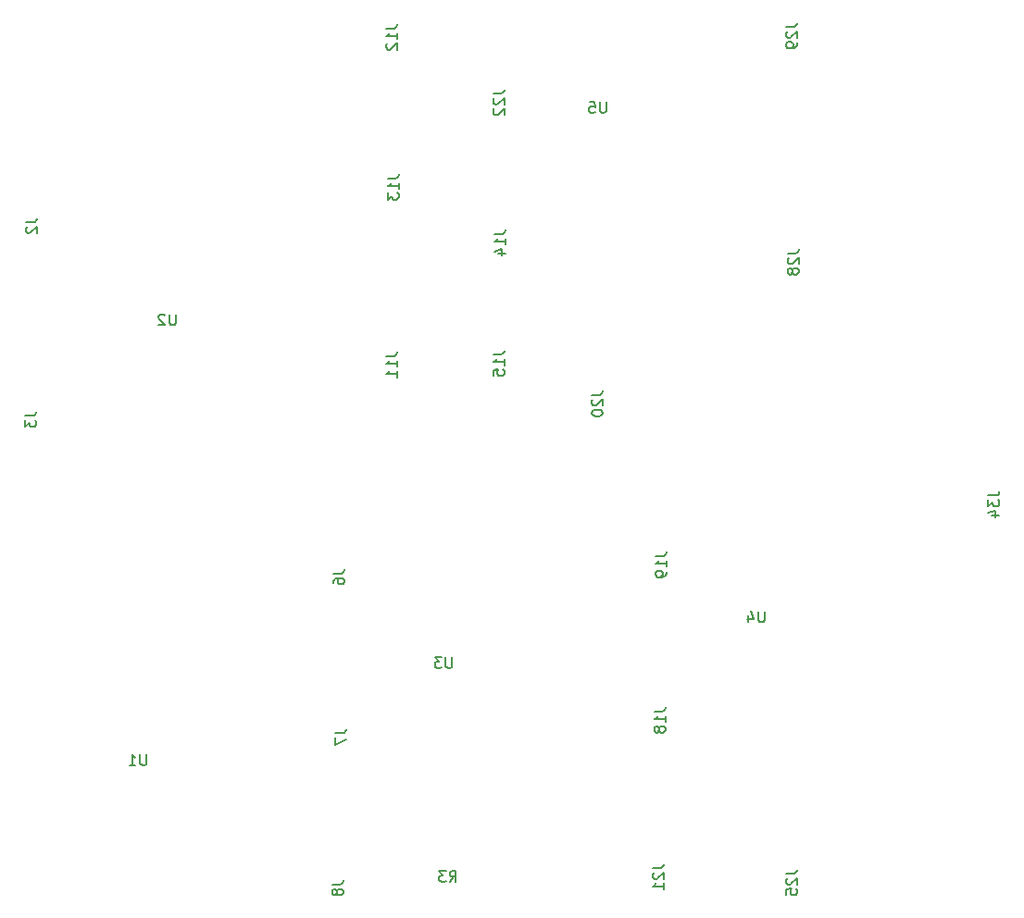
<source format=gbr>
G04 #@! TF.GenerationSoftware,KiCad,Pcbnew,(5.1.5-0-10_14)*
G04 #@! TF.CreationDate,2021-10-24T14:47:42+10:00*
G04 #@! TF.ProjectId,OH - UIP - Led Distribution,4f48202d-2055-4495-9020-2d204c656420,rev?*
G04 #@! TF.SameCoordinates,Original*
G04 #@! TF.FileFunction,Legend,Bot*
G04 #@! TF.FilePolarity,Positive*
%FSLAX46Y46*%
G04 Gerber Fmt 4.6, Leading zero omitted, Abs format (unit mm)*
G04 Created by KiCad (PCBNEW (5.1.5-0-10_14)) date 2021-10-24 14:47:42*
%MOMM*%
%LPD*%
G04 APERTURE LIST*
%ADD10C,0.150000*%
G04 APERTURE END LIST*
D10*
X207922380Y-97424976D02*
X208636666Y-97424976D01*
X208779523Y-97377357D01*
X208874761Y-97282119D01*
X208922380Y-97139261D01*
X208922380Y-97044023D01*
X207922380Y-97805928D02*
X207922380Y-98424976D01*
X208303333Y-98091642D01*
X208303333Y-98234500D01*
X208350952Y-98329738D01*
X208398571Y-98377357D01*
X208493809Y-98424976D01*
X208731904Y-98424976D01*
X208827142Y-98377357D01*
X208874761Y-98329738D01*
X208922380Y-98234500D01*
X208922380Y-97948785D01*
X208874761Y-97853547D01*
X208827142Y-97805928D01*
X208255714Y-99282119D02*
X208922380Y-99282119D01*
X207874761Y-99044023D02*
X208589047Y-98805928D01*
X208589047Y-99424976D01*
X162647380Y-60658476D02*
X163361666Y-60658476D01*
X163504523Y-60610857D01*
X163599761Y-60515619D01*
X163647380Y-60372761D01*
X163647380Y-60277523D01*
X162742619Y-61087047D02*
X162695000Y-61134666D01*
X162647380Y-61229904D01*
X162647380Y-61468000D01*
X162695000Y-61563238D01*
X162742619Y-61610857D01*
X162837857Y-61658476D01*
X162933095Y-61658476D01*
X163075952Y-61610857D01*
X163647380Y-61039428D01*
X163647380Y-61658476D01*
X162742619Y-62039428D02*
X162695000Y-62087047D01*
X162647380Y-62182285D01*
X162647380Y-62420380D01*
X162695000Y-62515619D01*
X162742619Y-62563238D01*
X162837857Y-62610857D01*
X162933095Y-62610857D01*
X163075952Y-62563238D01*
X163647380Y-61991809D01*
X163647380Y-62610857D01*
X187451904Y-108037380D02*
X187451904Y-108846904D01*
X187404285Y-108942142D01*
X187356666Y-108989761D01*
X187261428Y-109037380D01*
X187070952Y-109037380D01*
X186975714Y-108989761D01*
X186928095Y-108942142D01*
X186880476Y-108846904D01*
X186880476Y-108037380D01*
X185975714Y-108370714D02*
X185975714Y-109037380D01*
X186213809Y-107989761D02*
X186451904Y-108704047D01*
X185832857Y-108704047D01*
X189444380Y-132032476D02*
X190158666Y-132032476D01*
X190301523Y-131984857D01*
X190396761Y-131889619D01*
X190444380Y-131746761D01*
X190444380Y-131651523D01*
X189539619Y-132461047D02*
X189492000Y-132508666D01*
X189444380Y-132603904D01*
X189444380Y-132842000D01*
X189492000Y-132937238D01*
X189539619Y-132984857D01*
X189634857Y-133032476D01*
X189730095Y-133032476D01*
X189872952Y-132984857D01*
X190444380Y-132413428D01*
X190444380Y-133032476D01*
X189444380Y-133937238D02*
X189444380Y-133461047D01*
X189920571Y-133413428D01*
X189872952Y-133461047D01*
X189825333Y-133556285D01*
X189825333Y-133794380D01*
X189872952Y-133889619D01*
X189920571Y-133937238D01*
X190015809Y-133984857D01*
X190253904Y-133984857D01*
X190349142Y-133937238D01*
X190396761Y-133889619D01*
X190444380Y-133794380D01*
X190444380Y-133556285D01*
X190396761Y-133461047D01*
X190349142Y-133413428D01*
X119848380Y-90154166D02*
X120562666Y-90154166D01*
X120705523Y-90106547D01*
X120800761Y-90011309D01*
X120848380Y-89868452D01*
X120848380Y-89773214D01*
X119848380Y-90535119D02*
X119848380Y-91154166D01*
X120229333Y-90820833D01*
X120229333Y-90963690D01*
X120276952Y-91058928D01*
X120324571Y-91106547D01*
X120419809Y-91154166D01*
X120657904Y-91154166D01*
X120753142Y-91106547D01*
X120800761Y-91058928D01*
X120848380Y-90963690D01*
X120848380Y-90677976D01*
X120800761Y-90582738D01*
X120753142Y-90535119D01*
X119911880Y-72437666D02*
X120626166Y-72437666D01*
X120769023Y-72390047D01*
X120864261Y-72294809D01*
X120911880Y-72151952D01*
X120911880Y-72056714D01*
X120007119Y-72866238D02*
X119959500Y-72913857D01*
X119911880Y-73009095D01*
X119911880Y-73247190D01*
X119959500Y-73342428D01*
X120007119Y-73390047D01*
X120102357Y-73437666D01*
X120197595Y-73437666D01*
X120340452Y-73390047D01*
X120911880Y-72818619D01*
X120911880Y-73437666D01*
X177506380Y-102949476D02*
X178220666Y-102949476D01*
X178363523Y-102901857D01*
X178458761Y-102806619D01*
X178506380Y-102663761D01*
X178506380Y-102568523D01*
X178506380Y-103949476D02*
X178506380Y-103378047D01*
X178506380Y-103663761D02*
X177506380Y-103663761D01*
X177649238Y-103568523D01*
X177744476Y-103473285D01*
X177792095Y-103378047D01*
X178506380Y-104425666D02*
X178506380Y-104616142D01*
X178458761Y-104711380D01*
X178411142Y-104759000D01*
X178268285Y-104854238D01*
X178077809Y-104901857D01*
X177696857Y-104901857D01*
X177601619Y-104854238D01*
X177554000Y-104806619D01*
X177506380Y-104711380D01*
X177506380Y-104520904D01*
X177554000Y-104425666D01*
X177601619Y-104378047D01*
X177696857Y-104330428D01*
X177934952Y-104330428D01*
X178030190Y-104378047D01*
X178077809Y-104425666D01*
X178125428Y-104520904D01*
X178125428Y-104711380D01*
X178077809Y-104806619D01*
X178030190Y-104854238D01*
X177934952Y-104901857D01*
X177379380Y-117173476D02*
X178093666Y-117173476D01*
X178236523Y-117125857D01*
X178331761Y-117030619D01*
X178379380Y-116887761D01*
X178379380Y-116792523D01*
X178379380Y-118173476D02*
X178379380Y-117602047D01*
X178379380Y-117887761D02*
X177379380Y-117887761D01*
X177522238Y-117792523D01*
X177617476Y-117697285D01*
X177665095Y-117602047D01*
X177807952Y-118744904D02*
X177760333Y-118649666D01*
X177712714Y-118602047D01*
X177617476Y-118554428D01*
X177569857Y-118554428D01*
X177474619Y-118602047D01*
X177427000Y-118649666D01*
X177379380Y-118744904D01*
X177379380Y-118935380D01*
X177427000Y-119030619D01*
X177474619Y-119078238D01*
X177569857Y-119125857D01*
X177617476Y-119125857D01*
X177712714Y-119078238D01*
X177760333Y-119030619D01*
X177807952Y-118935380D01*
X177807952Y-118744904D01*
X177855571Y-118649666D01*
X177903190Y-118602047D01*
X177998428Y-118554428D01*
X178188904Y-118554428D01*
X178284142Y-118602047D01*
X178331761Y-118649666D01*
X178379380Y-118744904D01*
X178379380Y-118935380D01*
X178331761Y-119030619D01*
X178284142Y-119078238D01*
X178188904Y-119125857D01*
X177998428Y-119125857D01*
X177903190Y-119078238D01*
X177855571Y-119030619D01*
X177807952Y-118935380D01*
X177252380Y-131524476D02*
X177966666Y-131524476D01*
X178109523Y-131476857D01*
X178204761Y-131381619D01*
X178252380Y-131238761D01*
X178252380Y-131143523D01*
X177347619Y-131953047D02*
X177300000Y-132000666D01*
X177252380Y-132095904D01*
X177252380Y-132334000D01*
X177300000Y-132429238D01*
X177347619Y-132476857D01*
X177442857Y-132524476D01*
X177538095Y-132524476D01*
X177680952Y-132476857D01*
X178252380Y-131905428D01*
X178252380Y-132524476D01*
X178252380Y-133476857D02*
X178252380Y-132905428D01*
X178252380Y-133191142D02*
X177252380Y-133191142D01*
X177395238Y-133095904D01*
X177490476Y-133000666D01*
X177538095Y-132905428D01*
X171664380Y-88217476D02*
X172378666Y-88217476D01*
X172521523Y-88169857D01*
X172616761Y-88074619D01*
X172664380Y-87931761D01*
X172664380Y-87836523D01*
X171759619Y-88646047D02*
X171712000Y-88693666D01*
X171664380Y-88788904D01*
X171664380Y-89027000D01*
X171712000Y-89122238D01*
X171759619Y-89169857D01*
X171854857Y-89217476D01*
X171950095Y-89217476D01*
X172092952Y-89169857D01*
X172664380Y-88598428D01*
X172664380Y-89217476D01*
X171664380Y-89836523D02*
X171664380Y-89931761D01*
X171712000Y-90027000D01*
X171759619Y-90074619D01*
X171854857Y-90122238D01*
X172045333Y-90169857D01*
X172283428Y-90169857D01*
X172473904Y-90122238D01*
X172569142Y-90074619D01*
X172616761Y-90027000D01*
X172664380Y-89931761D01*
X172664380Y-89836523D01*
X172616761Y-89741285D01*
X172569142Y-89693666D01*
X172473904Y-89646047D01*
X172283428Y-89598428D01*
X172045333Y-89598428D01*
X171854857Y-89646047D01*
X171759619Y-89693666D01*
X171712000Y-89741285D01*
X171664380Y-89836523D01*
X162647380Y-84534476D02*
X163361666Y-84534476D01*
X163504523Y-84486857D01*
X163599761Y-84391619D01*
X163647380Y-84248761D01*
X163647380Y-84153523D01*
X163647380Y-85534476D02*
X163647380Y-84963047D01*
X163647380Y-85248761D02*
X162647380Y-85248761D01*
X162790238Y-85153523D01*
X162885476Y-85058285D01*
X162933095Y-84963047D01*
X162647380Y-86439238D02*
X162647380Y-85963047D01*
X163123571Y-85915428D01*
X163075952Y-85963047D01*
X163028333Y-86058285D01*
X163028333Y-86296380D01*
X163075952Y-86391619D01*
X163123571Y-86439238D01*
X163218809Y-86486857D01*
X163456904Y-86486857D01*
X163552142Y-86439238D01*
X163599761Y-86391619D01*
X163647380Y-86296380D01*
X163647380Y-86058285D01*
X163599761Y-85963047D01*
X163552142Y-85915428D01*
X147915380Y-133016666D02*
X148629666Y-133016666D01*
X148772523Y-132969047D01*
X148867761Y-132873809D01*
X148915380Y-132730952D01*
X148915380Y-132635714D01*
X148343952Y-133635714D02*
X148296333Y-133540476D01*
X148248714Y-133492857D01*
X148153476Y-133445238D01*
X148105857Y-133445238D01*
X148010619Y-133492857D01*
X147963000Y-133540476D01*
X147915380Y-133635714D01*
X147915380Y-133826190D01*
X147963000Y-133921428D01*
X148010619Y-133969047D01*
X148105857Y-134016666D01*
X148153476Y-134016666D01*
X148248714Y-133969047D01*
X148296333Y-133921428D01*
X148343952Y-133826190D01*
X148343952Y-133635714D01*
X148391571Y-133540476D01*
X148439190Y-133492857D01*
X148534428Y-133445238D01*
X148724904Y-133445238D01*
X148820142Y-133492857D01*
X148867761Y-133540476D01*
X148915380Y-133635714D01*
X148915380Y-133826190D01*
X148867761Y-133921428D01*
X148820142Y-133969047D01*
X148724904Y-134016666D01*
X148534428Y-134016666D01*
X148439190Y-133969047D01*
X148391571Y-133921428D01*
X148343952Y-133826190D01*
X148169380Y-119173666D02*
X148883666Y-119173666D01*
X149026523Y-119126047D01*
X149121761Y-119030809D01*
X149169380Y-118887952D01*
X149169380Y-118792714D01*
X148169380Y-119554619D02*
X148169380Y-120221285D01*
X149169380Y-119792714D01*
X148042380Y-104568666D02*
X148756666Y-104568666D01*
X148899523Y-104521047D01*
X148994761Y-104425809D01*
X149042380Y-104282952D01*
X149042380Y-104187714D01*
X148042380Y-105473428D02*
X148042380Y-105282952D01*
X148090000Y-105187714D01*
X148137619Y-105140095D01*
X148280476Y-105044857D01*
X148470952Y-104997238D01*
X148851904Y-104997238D01*
X148947142Y-105044857D01*
X148994761Y-105092476D01*
X149042380Y-105187714D01*
X149042380Y-105378190D01*
X148994761Y-105473428D01*
X148947142Y-105521047D01*
X148851904Y-105568666D01*
X148613809Y-105568666D01*
X148518571Y-105521047D01*
X148470952Y-105473428D01*
X148423333Y-105378190D01*
X148423333Y-105187714D01*
X148470952Y-105092476D01*
X148518571Y-105044857D01*
X148613809Y-104997238D01*
X189444380Y-54562476D02*
X190158666Y-54562476D01*
X190301523Y-54514857D01*
X190396761Y-54419619D01*
X190444380Y-54276761D01*
X190444380Y-54181523D01*
X189539619Y-54991047D02*
X189492000Y-55038666D01*
X189444380Y-55133904D01*
X189444380Y-55372000D01*
X189492000Y-55467238D01*
X189539619Y-55514857D01*
X189634857Y-55562476D01*
X189730095Y-55562476D01*
X189872952Y-55514857D01*
X190444380Y-54943428D01*
X190444380Y-55562476D01*
X190444380Y-56038666D02*
X190444380Y-56229142D01*
X190396761Y-56324380D01*
X190349142Y-56372000D01*
X190206285Y-56467238D01*
X190015809Y-56514857D01*
X189634857Y-56514857D01*
X189539619Y-56467238D01*
X189492000Y-56419619D01*
X189444380Y-56324380D01*
X189444380Y-56133904D01*
X189492000Y-56038666D01*
X189539619Y-55991047D01*
X189634857Y-55943428D01*
X189872952Y-55943428D01*
X189968190Y-55991047D01*
X190015809Y-56038666D01*
X190063428Y-56133904D01*
X190063428Y-56324380D01*
X190015809Y-56419619D01*
X189968190Y-56467238D01*
X189872952Y-56514857D01*
X189571380Y-75263476D02*
X190285666Y-75263476D01*
X190428523Y-75215857D01*
X190523761Y-75120619D01*
X190571380Y-74977761D01*
X190571380Y-74882523D01*
X189666619Y-75692047D02*
X189619000Y-75739666D01*
X189571380Y-75834904D01*
X189571380Y-76073000D01*
X189619000Y-76168238D01*
X189666619Y-76215857D01*
X189761857Y-76263476D01*
X189857095Y-76263476D01*
X189999952Y-76215857D01*
X190571380Y-75644428D01*
X190571380Y-76263476D01*
X189999952Y-76834904D02*
X189952333Y-76739666D01*
X189904714Y-76692047D01*
X189809476Y-76644428D01*
X189761857Y-76644428D01*
X189666619Y-76692047D01*
X189619000Y-76739666D01*
X189571380Y-76834904D01*
X189571380Y-77025380D01*
X189619000Y-77120619D01*
X189666619Y-77168238D01*
X189761857Y-77215857D01*
X189809476Y-77215857D01*
X189904714Y-77168238D01*
X189952333Y-77120619D01*
X189999952Y-77025380D01*
X189999952Y-76834904D01*
X190047571Y-76739666D01*
X190095190Y-76692047D01*
X190190428Y-76644428D01*
X190380904Y-76644428D01*
X190476142Y-76692047D01*
X190523761Y-76739666D01*
X190571380Y-76834904D01*
X190571380Y-77025380D01*
X190523761Y-77120619D01*
X190476142Y-77168238D01*
X190380904Y-77215857D01*
X190190428Y-77215857D01*
X190095190Y-77168238D01*
X190047571Y-77120619D01*
X189999952Y-77025380D01*
X162774380Y-73485476D02*
X163488666Y-73485476D01*
X163631523Y-73437857D01*
X163726761Y-73342619D01*
X163774380Y-73199761D01*
X163774380Y-73104523D01*
X163774380Y-74485476D02*
X163774380Y-73914047D01*
X163774380Y-74199761D02*
X162774380Y-74199761D01*
X162917238Y-74104523D01*
X163012476Y-74009285D01*
X163060095Y-73914047D01*
X163107714Y-75342619D02*
X163774380Y-75342619D01*
X162726761Y-75104523D02*
X163441047Y-74866428D01*
X163441047Y-75485476D01*
X152995380Y-68405476D02*
X153709666Y-68405476D01*
X153852523Y-68357857D01*
X153947761Y-68262619D01*
X153995380Y-68119761D01*
X153995380Y-68024523D01*
X153995380Y-69405476D02*
X153995380Y-68834047D01*
X153995380Y-69119761D02*
X152995380Y-69119761D01*
X153138238Y-69024523D01*
X153233476Y-68929285D01*
X153281095Y-68834047D01*
X152995380Y-69738809D02*
X152995380Y-70357857D01*
X153376333Y-70024523D01*
X153376333Y-70167380D01*
X153423952Y-70262619D01*
X153471571Y-70310238D01*
X153566809Y-70357857D01*
X153804904Y-70357857D01*
X153900142Y-70310238D01*
X153947761Y-70262619D01*
X153995380Y-70167380D01*
X153995380Y-69881666D01*
X153947761Y-69786428D01*
X153900142Y-69738809D01*
X152868380Y-84661476D02*
X153582666Y-84661476D01*
X153725523Y-84613857D01*
X153820761Y-84518619D01*
X153868380Y-84375761D01*
X153868380Y-84280523D01*
X153868380Y-85661476D02*
X153868380Y-85090047D01*
X153868380Y-85375761D02*
X152868380Y-85375761D01*
X153011238Y-85280523D01*
X153106476Y-85185285D01*
X153154095Y-85090047D01*
X153868380Y-86613857D02*
X153868380Y-86042428D01*
X153868380Y-86328142D02*
X152868380Y-86328142D01*
X153011238Y-86232904D01*
X153106476Y-86137666D01*
X153154095Y-86042428D01*
X152868380Y-54689476D02*
X153582666Y-54689476D01*
X153725523Y-54641857D01*
X153820761Y-54546619D01*
X153868380Y-54403761D01*
X153868380Y-54308523D01*
X153868380Y-55689476D02*
X153868380Y-55118047D01*
X153868380Y-55403761D02*
X152868380Y-55403761D01*
X153011238Y-55308523D01*
X153106476Y-55213285D01*
X153154095Y-55118047D01*
X152963619Y-56070428D02*
X152916000Y-56118047D01*
X152868380Y-56213285D01*
X152868380Y-56451380D01*
X152916000Y-56546619D01*
X152963619Y-56594238D01*
X153058857Y-56641857D01*
X153154095Y-56641857D01*
X153296952Y-56594238D01*
X153868380Y-56022809D01*
X153868380Y-56641857D01*
X130936904Y-121118380D02*
X130936904Y-121927904D01*
X130889285Y-122023142D01*
X130841666Y-122070761D01*
X130746428Y-122118380D01*
X130555952Y-122118380D01*
X130460714Y-122070761D01*
X130413095Y-122023142D01*
X130365476Y-121927904D01*
X130365476Y-121118380D01*
X129365476Y-122118380D02*
X129936904Y-122118380D01*
X129651190Y-122118380D02*
X129651190Y-121118380D01*
X129746428Y-121261238D01*
X129841666Y-121356476D01*
X129936904Y-121404095D01*
X172973904Y-61428380D02*
X172973904Y-62237904D01*
X172926285Y-62333142D01*
X172878666Y-62380761D01*
X172783428Y-62428380D01*
X172592952Y-62428380D01*
X172497714Y-62380761D01*
X172450095Y-62333142D01*
X172402476Y-62237904D01*
X172402476Y-61428380D01*
X171450095Y-61428380D02*
X171926285Y-61428380D01*
X171973904Y-61904571D01*
X171926285Y-61856952D01*
X171831047Y-61809333D01*
X171592952Y-61809333D01*
X171497714Y-61856952D01*
X171450095Y-61904571D01*
X171402476Y-61999809D01*
X171402476Y-62237904D01*
X171450095Y-62333142D01*
X171497714Y-62380761D01*
X171592952Y-62428380D01*
X171831047Y-62428380D01*
X171926285Y-62380761D01*
X171973904Y-62333142D01*
X158876904Y-112228380D02*
X158876904Y-113037904D01*
X158829285Y-113133142D01*
X158781666Y-113180761D01*
X158686428Y-113228380D01*
X158495952Y-113228380D01*
X158400714Y-113180761D01*
X158353095Y-113133142D01*
X158305476Y-113037904D01*
X158305476Y-112228380D01*
X157924523Y-112228380D02*
X157305476Y-112228380D01*
X157638809Y-112609333D01*
X157495952Y-112609333D01*
X157400714Y-112656952D01*
X157353095Y-112704571D01*
X157305476Y-112799809D01*
X157305476Y-113037904D01*
X157353095Y-113133142D01*
X157400714Y-113180761D01*
X157495952Y-113228380D01*
X157781666Y-113228380D01*
X157876904Y-113180761D01*
X157924523Y-113133142D01*
X158662666Y-132786380D02*
X158996000Y-132310190D01*
X159234095Y-132786380D02*
X159234095Y-131786380D01*
X158853142Y-131786380D01*
X158757904Y-131834000D01*
X158710285Y-131881619D01*
X158662666Y-131976857D01*
X158662666Y-132119714D01*
X158710285Y-132214952D01*
X158757904Y-132262571D01*
X158853142Y-132310190D01*
X159234095Y-132310190D01*
X158329333Y-131786380D02*
X157710285Y-131786380D01*
X158043619Y-132167333D01*
X157900761Y-132167333D01*
X157805523Y-132214952D01*
X157757904Y-132262571D01*
X157710285Y-132357809D01*
X157710285Y-132595904D01*
X157757904Y-132691142D01*
X157805523Y-132738761D01*
X157900761Y-132786380D01*
X158186476Y-132786380D01*
X158281714Y-132738761D01*
X158329333Y-132691142D01*
X133603904Y-80859380D02*
X133603904Y-81668904D01*
X133556285Y-81764142D01*
X133508666Y-81811761D01*
X133413428Y-81859380D01*
X133222952Y-81859380D01*
X133127714Y-81811761D01*
X133080095Y-81764142D01*
X133032476Y-81668904D01*
X133032476Y-80859380D01*
X132603904Y-80954619D02*
X132556285Y-80907000D01*
X132461047Y-80859380D01*
X132222952Y-80859380D01*
X132127714Y-80907000D01*
X132080095Y-80954619D01*
X132032476Y-81049857D01*
X132032476Y-81145095D01*
X132080095Y-81287952D01*
X132651523Y-81859380D01*
X132032476Y-81859380D01*
M02*

</source>
